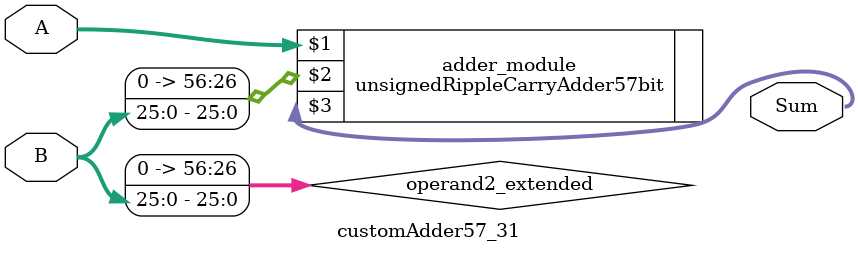
<source format=v>
module customAdder57_31(
                        input [56 : 0] A,
                        input [25 : 0] B,
                        
                        output [57 : 0] Sum
                );

        wire [56 : 0] operand2_extended;
        
        assign operand2_extended =  {31'b0, B};
        
        unsignedRippleCarryAdder57bit adder_module(
            A,
            operand2_extended,
            Sum
        );
        
        endmodule
        
</source>
